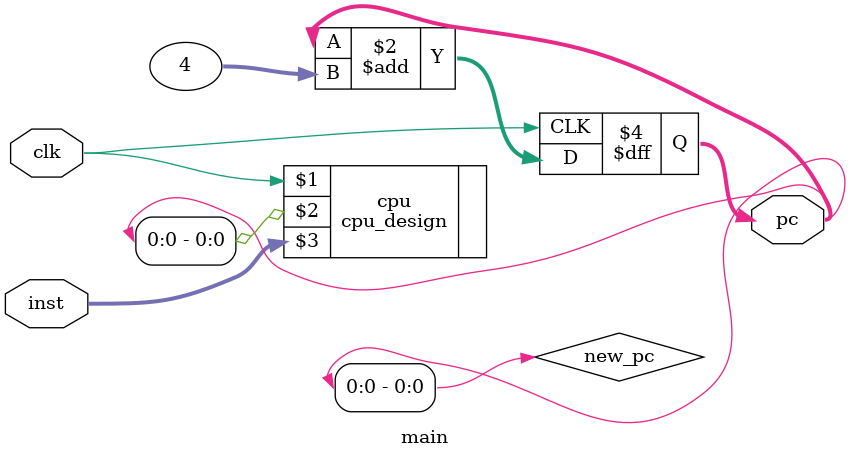
<source format=v>
module main(clk, pc, inst);
    input clk;
    input [31:0] inst;
    output reg [31:0] pc;
    wire new_pc;
    
    initial begin
        pc = 100;
    end
    assign new_pc = pc;
    cpu_design cpu(clk, new_pc, inst);
    always @(posedge clk) begin
        pc = pc + 4;
    end
    
endmodule
</source>
